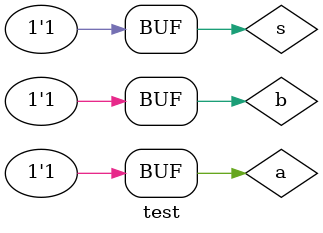
<source format=v>
module test;
reg a,b,s;
wire y;
mux uut ( .a(a),
	.b(b),
	.s(s),
	.y(y)
);
initial begin
	s=0;a=0;b=0;
	#100 s=0;a=0;b=1;
	#100 s=0;a=1;b=0;
	#100 s=0;a=1;b=1;
	#100 s=1;a=0;b=0;
	#100 s=1;a=0;b=1;
	#100 s=1;a=1;b=0;
	#100 s=1;a=1;b=1;
end
initial begin
	$monitor($time,"a=%b,b=%b,s=%b,y=%b",a,b,s,y);
end
endmodule

</source>
